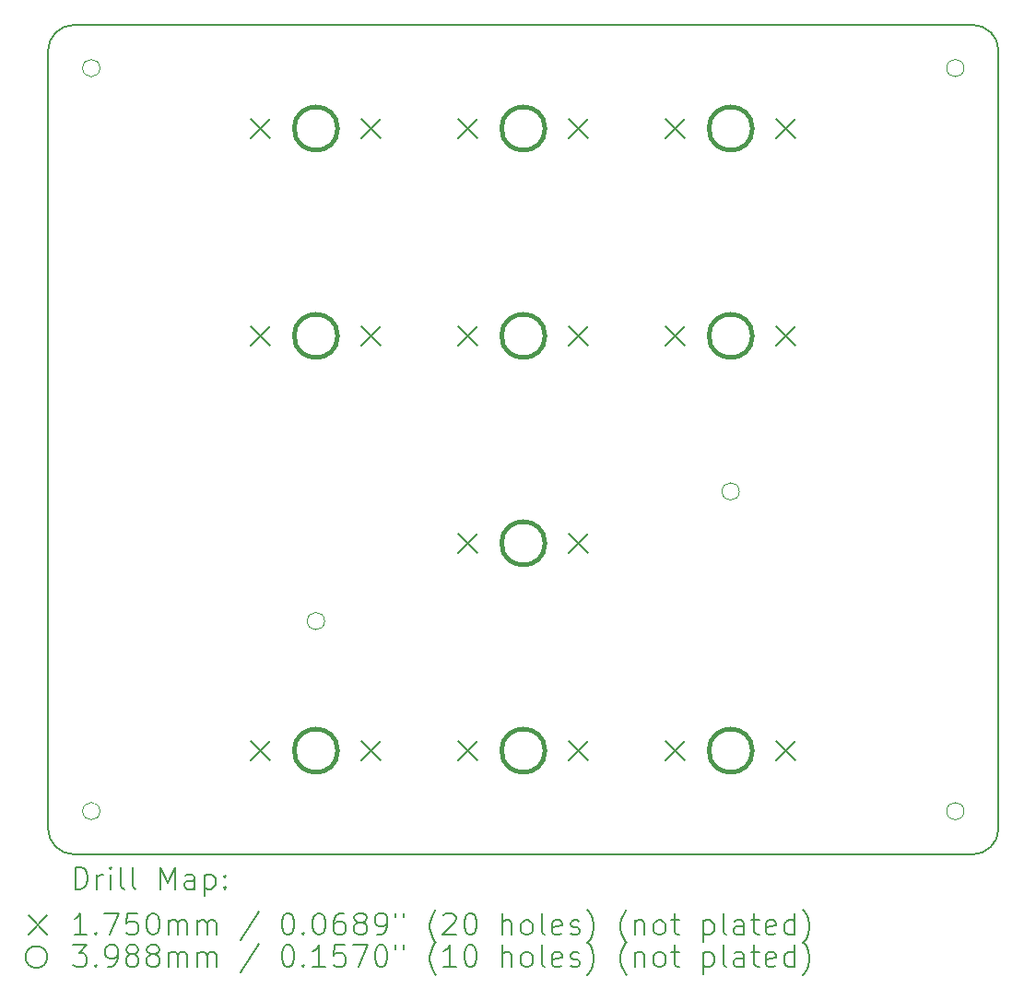
<source format=gbr>
%TF.GenerationSoftware,KiCad,Pcbnew,(6.0.9)*%
%TF.CreationDate,2023-03-10T16:44:19-06:00*%
%TF.ProjectId,Navigation Keys,4e617669-6761-4746-996f-6e204b657973,rev?*%
%TF.SameCoordinates,Original*%
%TF.FileFunction,Drillmap*%
%TF.FilePolarity,Positive*%
%FSLAX45Y45*%
G04 Gerber Fmt 4.5, Leading zero omitted, Abs format (unit mm)*
G04 Created by KiCad (PCBNEW (6.0.9)) date 2023-03-10 16:44:19*
%MOMM*%
%LPD*%
G01*
G04 APERTURE LIST*
%ADD10C,0.150000*%
%ADD11C,0.100000*%
%ADD12C,0.200000*%
%ADD13C,0.175000*%
%ADD14C,0.398780*%
G04 APERTURE END LIST*
D10*
X21351875Y-13731880D02*
G75*
G03*
X21590000Y-13493750I-5J238130D01*
G01*
X13096875Y-6111870D02*
G75*
G03*
X12858750Y-6350000I5J-238130D01*
G01*
X21590000Y-6350000D02*
X21590000Y-13493750D01*
D11*
X13335000Y-13335000D02*
G75*
G03*
X13335000Y-13335000I-79375J0D01*
G01*
X19208750Y-10398125D02*
G75*
G03*
X19208750Y-10398125I-79375J0D01*
G01*
X21272500Y-13335000D02*
G75*
G03*
X21272500Y-13335000I-79375J0D01*
G01*
D10*
X12858750Y-6350000D02*
X12858750Y-13493750D01*
X21351875Y-6111875D02*
X13096875Y-6111875D01*
X12858755Y-13493750D02*
G75*
G03*
X13096875Y-13731875I238125J0D01*
G01*
D11*
X15398750Y-11588750D02*
G75*
G03*
X15398750Y-11588750I-79375J0D01*
G01*
X13335000Y-6508750D02*
G75*
G03*
X13335000Y-6508750I-79375J0D01*
G01*
D10*
X13096875Y-13731875D02*
X21351875Y-13731875D01*
D11*
X21272500Y-6508750D02*
G75*
G03*
X21272500Y-6508750I-79375J0D01*
G01*
D10*
X21589995Y-6350000D02*
G75*
G03*
X21351875Y-6111875I-238125J0D01*
G01*
D12*
D13*
X14723875Y-6976875D02*
X14898875Y-7151875D01*
X14898875Y-6976875D02*
X14723875Y-7151875D01*
X14723875Y-8881875D02*
X14898875Y-9056875D01*
X14898875Y-8881875D02*
X14723875Y-9056875D01*
X14723875Y-12691875D02*
X14898875Y-12866875D01*
X14898875Y-12691875D02*
X14723875Y-12866875D01*
X15739875Y-6976875D02*
X15914875Y-7151875D01*
X15914875Y-6976875D02*
X15739875Y-7151875D01*
X15739875Y-8881875D02*
X15914875Y-9056875D01*
X15914875Y-8881875D02*
X15739875Y-9056875D01*
X15739875Y-12691875D02*
X15914875Y-12866875D01*
X15914875Y-12691875D02*
X15739875Y-12866875D01*
X16628875Y-6976875D02*
X16803875Y-7151875D01*
X16803875Y-6976875D02*
X16628875Y-7151875D01*
X16628875Y-8881875D02*
X16803875Y-9056875D01*
X16803875Y-8881875D02*
X16628875Y-9056875D01*
X16628875Y-10786875D02*
X16803875Y-10961875D01*
X16803875Y-10786875D02*
X16628875Y-10961875D01*
X16628875Y-12691875D02*
X16803875Y-12866875D01*
X16803875Y-12691875D02*
X16628875Y-12866875D01*
X17644875Y-6976875D02*
X17819875Y-7151875D01*
X17819875Y-6976875D02*
X17644875Y-7151875D01*
X17644875Y-8881875D02*
X17819875Y-9056875D01*
X17819875Y-8881875D02*
X17644875Y-9056875D01*
X17644875Y-10786875D02*
X17819875Y-10961875D01*
X17819875Y-10786875D02*
X17644875Y-10961875D01*
X17644875Y-12691875D02*
X17819875Y-12866875D01*
X17819875Y-12691875D02*
X17644875Y-12866875D01*
X18533875Y-6976875D02*
X18708875Y-7151875D01*
X18708875Y-6976875D02*
X18533875Y-7151875D01*
X18533875Y-8881875D02*
X18708875Y-9056875D01*
X18708875Y-8881875D02*
X18533875Y-9056875D01*
X18533875Y-12691875D02*
X18708875Y-12866875D01*
X18708875Y-12691875D02*
X18533875Y-12866875D01*
X19549875Y-6976875D02*
X19724875Y-7151875D01*
X19724875Y-6976875D02*
X19549875Y-7151875D01*
X19549875Y-8881875D02*
X19724875Y-9056875D01*
X19724875Y-8881875D02*
X19549875Y-9056875D01*
X19549875Y-12691875D02*
X19724875Y-12866875D01*
X19724875Y-12691875D02*
X19549875Y-12866875D01*
D14*
X15518765Y-7064375D02*
G75*
G03*
X15518765Y-7064375I-199390J0D01*
G01*
X15518765Y-8969375D02*
G75*
G03*
X15518765Y-8969375I-199390J0D01*
G01*
X15518765Y-12779375D02*
G75*
G03*
X15518765Y-12779375I-199390J0D01*
G01*
X17423765Y-7064375D02*
G75*
G03*
X17423765Y-7064375I-199390J0D01*
G01*
X17423765Y-8969375D02*
G75*
G03*
X17423765Y-8969375I-199390J0D01*
G01*
X17423765Y-10874375D02*
G75*
G03*
X17423765Y-10874375I-199390J0D01*
G01*
X17423765Y-12779375D02*
G75*
G03*
X17423765Y-12779375I-199390J0D01*
G01*
X19328765Y-7064375D02*
G75*
G03*
X19328765Y-7064375I-199390J0D01*
G01*
X19328765Y-8969375D02*
G75*
G03*
X19328765Y-8969375I-199390J0D01*
G01*
X19328765Y-12779375D02*
G75*
G03*
X19328765Y-12779375I-199390J0D01*
G01*
D12*
X13108869Y-14049851D02*
X13108869Y-13849851D01*
X13156488Y-13849851D01*
X13185059Y-13859375D01*
X13204107Y-13878423D01*
X13213631Y-13897470D01*
X13223155Y-13935565D01*
X13223155Y-13964137D01*
X13213631Y-14002232D01*
X13204107Y-14021280D01*
X13185059Y-14040327D01*
X13156488Y-14049851D01*
X13108869Y-14049851D01*
X13308869Y-14049851D02*
X13308869Y-13916518D01*
X13308869Y-13954613D02*
X13318393Y-13935565D01*
X13327917Y-13926042D01*
X13346964Y-13916518D01*
X13366012Y-13916518D01*
X13432678Y-14049851D02*
X13432678Y-13916518D01*
X13432678Y-13849851D02*
X13423155Y-13859375D01*
X13432678Y-13868899D01*
X13442202Y-13859375D01*
X13432678Y-13849851D01*
X13432678Y-13868899D01*
X13556488Y-14049851D02*
X13537440Y-14040327D01*
X13527917Y-14021280D01*
X13527917Y-13849851D01*
X13661250Y-14049851D02*
X13642202Y-14040327D01*
X13632678Y-14021280D01*
X13632678Y-13849851D01*
X13889821Y-14049851D02*
X13889821Y-13849851D01*
X13956488Y-13992708D01*
X14023155Y-13849851D01*
X14023155Y-14049851D01*
X14204107Y-14049851D02*
X14204107Y-13945089D01*
X14194583Y-13926042D01*
X14175536Y-13916518D01*
X14137440Y-13916518D01*
X14118393Y-13926042D01*
X14204107Y-14040327D02*
X14185059Y-14049851D01*
X14137440Y-14049851D01*
X14118393Y-14040327D01*
X14108869Y-14021280D01*
X14108869Y-14002232D01*
X14118393Y-13983184D01*
X14137440Y-13973661D01*
X14185059Y-13973661D01*
X14204107Y-13964137D01*
X14299345Y-13916518D02*
X14299345Y-14116518D01*
X14299345Y-13926042D02*
X14318393Y-13916518D01*
X14356488Y-13916518D01*
X14375536Y-13926042D01*
X14385059Y-13935565D01*
X14394583Y-13954613D01*
X14394583Y-14011756D01*
X14385059Y-14030803D01*
X14375536Y-14040327D01*
X14356488Y-14049851D01*
X14318393Y-14049851D01*
X14299345Y-14040327D01*
X14480298Y-14030803D02*
X14489821Y-14040327D01*
X14480298Y-14049851D01*
X14470774Y-14040327D01*
X14480298Y-14030803D01*
X14480298Y-14049851D01*
X14480298Y-13926042D02*
X14489821Y-13935565D01*
X14480298Y-13945089D01*
X14470774Y-13935565D01*
X14480298Y-13926042D01*
X14480298Y-13945089D01*
D13*
X12676250Y-14291875D02*
X12851250Y-14466875D01*
X12851250Y-14291875D02*
X12676250Y-14466875D01*
D12*
X13213631Y-14469851D02*
X13099345Y-14469851D01*
X13156488Y-14469851D02*
X13156488Y-14269851D01*
X13137440Y-14298423D01*
X13118393Y-14317470D01*
X13099345Y-14326994D01*
X13299345Y-14450803D02*
X13308869Y-14460327D01*
X13299345Y-14469851D01*
X13289821Y-14460327D01*
X13299345Y-14450803D01*
X13299345Y-14469851D01*
X13375536Y-14269851D02*
X13508869Y-14269851D01*
X13423155Y-14469851D01*
X13680298Y-14269851D02*
X13585059Y-14269851D01*
X13575536Y-14365089D01*
X13585059Y-14355565D01*
X13604107Y-14346042D01*
X13651726Y-14346042D01*
X13670774Y-14355565D01*
X13680298Y-14365089D01*
X13689821Y-14384137D01*
X13689821Y-14431756D01*
X13680298Y-14450803D01*
X13670774Y-14460327D01*
X13651726Y-14469851D01*
X13604107Y-14469851D01*
X13585059Y-14460327D01*
X13575536Y-14450803D01*
X13813631Y-14269851D02*
X13832678Y-14269851D01*
X13851726Y-14279375D01*
X13861250Y-14288899D01*
X13870774Y-14307946D01*
X13880298Y-14346042D01*
X13880298Y-14393661D01*
X13870774Y-14431756D01*
X13861250Y-14450803D01*
X13851726Y-14460327D01*
X13832678Y-14469851D01*
X13813631Y-14469851D01*
X13794583Y-14460327D01*
X13785059Y-14450803D01*
X13775536Y-14431756D01*
X13766012Y-14393661D01*
X13766012Y-14346042D01*
X13775536Y-14307946D01*
X13785059Y-14288899D01*
X13794583Y-14279375D01*
X13813631Y-14269851D01*
X13966012Y-14469851D02*
X13966012Y-14336518D01*
X13966012Y-14355565D02*
X13975536Y-14346042D01*
X13994583Y-14336518D01*
X14023155Y-14336518D01*
X14042202Y-14346042D01*
X14051726Y-14365089D01*
X14051726Y-14469851D01*
X14051726Y-14365089D02*
X14061250Y-14346042D01*
X14080298Y-14336518D01*
X14108869Y-14336518D01*
X14127917Y-14346042D01*
X14137440Y-14365089D01*
X14137440Y-14469851D01*
X14232678Y-14469851D02*
X14232678Y-14336518D01*
X14232678Y-14355565D02*
X14242202Y-14346042D01*
X14261250Y-14336518D01*
X14289821Y-14336518D01*
X14308869Y-14346042D01*
X14318393Y-14365089D01*
X14318393Y-14469851D01*
X14318393Y-14365089D02*
X14327917Y-14346042D01*
X14346964Y-14336518D01*
X14375536Y-14336518D01*
X14394583Y-14346042D01*
X14404107Y-14365089D01*
X14404107Y-14469851D01*
X14794583Y-14260327D02*
X14623155Y-14517470D01*
X15051726Y-14269851D02*
X15070774Y-14269851D01*
X15089821Y-14279375D01*
X15099345Y-14288899D01*
X15108869Y-14307946D01*
X15118393Y-14346042D01*
X15118393Y-14393661D01*
X15108869Y-14431756D01*
X15099345Y-14450803D01*
X15089821Y-14460327D01*
X15070774Y-14469851D01*
X15051726Y-14469851D01*
X15032678Y-14460327D01*
X15023155Y-14450803D01*
X15013631Y-14431756D01*
X15004107Y-14393661D01*
X15004107Y-14346042D01*
X15013631Y-14307946D01*
X15023155Y-14288899D01*
X15032678Y-14279375D01*
X15051726Y-14269851D01*
X15204107Y-14450803D02*
X15213631Y-14460327D01*
X15204107Y-14469851D01*
X15194583Y-14460327D01*
X15204107Y-14450803D01*
X15204107Y-14469851D01*
X15337440Y-14269851D02*
X15356488Y-14269851D01*
X15375536Y-14279375D01*
X15385059Y-14288899D01*
X15394583Y-14307946D01*
X15404107Y-14346042D01*
X15404107Y-14393661D01*
X15394583Y-14431756D01*
X15385059Y-14450803D01*
X15375536Y-14460327D01*
X15356488Y-14469851D01*
X15337440Y-14469851D01*
X15318393Y-14460327D01*
X15308869Y-14450803D01*
X15299345Y-14431756D01*
X15289821Y-14393661D01*
X15289821Y-14346042D01*
X15299345Y-14307946D01*
X15308869Y-14288899D01*
X15318393Y-14279375D01*
X15337440Y-14269851D01*
X15575536Y-14269851D02*
X15537440Y-14269851D01*
X15518393Y-14279375D01*
X15508869Y-14288899D01*
X15489821Y-14317470D01*
X15480298Y-14355565D01*
X15480298Y-14431756D01*
X15489821Y-14450803D01*
X15499345Y-14460327D01*
X15518393Y-14469851D01*
X15556488Y-14469851D01*
X15575536Y-14460327D01*
X15585059Y-14450803D01*
X15594583Y-14431756D01*
X15594583Y-14384137D01*
X15585059Y-14365089D01*
X15575536Y-14355565D01*
X15556488Y-14346042D01*
X15518393Y-14346042D01*
X15499345Y-14355565D01*
X15489821Y-14365089D01*
X15480298Y-14384137D01*
X15708869Y-14355565D02*
X15689821Y-14346042D01*
X15680298Y-14336518D01*
X15670774Y-14317470D01*
X15670774Y-14307946D01*
X15680298Y-14288899D01*
X15689821Y-14279375D01*
X15708869Y-14269851D01*
X15746964Y-14269851D01*
X15766012Y-14279375D01*
X15775536Y-14288899D01*
X15785059Y-14307946D01*
X15785059Y-14317470D01*
X15775536Y-14336518D01*
X15766012Y-14346042D01*
X15746964Y-14355565D01*
X15708869Y-14355565D01*
X15689821Y-14365089D01*
X15680298Y-14374613D01*
X15670774Y-14393661D01*
X15670774Y-14431756D01*
X15680298Y-14450803D01*
X15689821Y-14460327D01*
X15708869Y-14469851D01*
X15746964Y-14469851D01*
X15766012Y-14460327D01*
X15775536Y-14450803D01*
X15785059Y-14431756D01*
X15785059Y-14393661D01*
X15775536Y-14374613D01*
X15766012Y-14365089D01*
X15746964Y-14355565D01*
X15880298Y-14469851D02*
X15918393Y-14469851D01*
X15937440Y-14460327D01*
X15946964Y-14450803D01*
X15966012Y-14422232D01*
X15975536Y-14384137D01*
X15975536Y-14307946D01*
X15966012Y-14288899D01*
X15956488Y-14279375D01*
X15937440Y-14269851D01*
X15899345Y-14269851D01*
X15880298Y-14279375D01*
X15870774Y-14288899D01*
X15861250Y-14307946D01*
X15861250Y-14355565D01*
X15870774Y-14374613D01*
X15880298Y-14384137D01*
X15899345Y-14393661D01*
X15937440Y-14393661D01*
X15956488Y-14384137D01*
X15966012Y-14374613D01*
X15975536Y-14355565D01*
X16051726Y-14269851D02*
X16051726Y-14307946D01*
X16127917Y-14269851D02*
X16127917Y-14307946D01*
X16423155Y-14546042D02*
X16413631Y-14536518D01*
X16394583Y-14507946D01*
X16385059Y-14488899D01*
X16375536Y-14460327D01*
X16366012Y-14412708D01*
X16366012Y-14374613D01*
X16375536Y-14326994D01*
X16385059Y-14298423D01*
X16394583Y-14279375D01*
X16413631Y-14250803D01*
X16423155Y-14241280D01*
X16489821Y-14288899D02*
X16499345Y-14279375D01*
X16518393Y-14269851D01*
X16566012Y-14269851D01*
X16585059Y-14279375D01*
X16594583Y-14288899D01*
X16604107Y-14307946D01*
X16604107Y-14326994D01*
X16594583Y-14355565D01*
X16480298Y-14469851D01*
X16604107Y-14469851D01*
X16727917Y-14269851D02*
X16746964Y-14269851D01*
X16766012Y-14279375D01*
X16775536Y-14288899D01*
X16785060Y-14307946D01*
X16794583Y-14346042D01*
X16794583Y-14393661D01*
X16785060Y-14431756D01*
X16775536Y-14450803D01*
X16766012Y-14460327D01*
X16746964Y-14469851D01*
X16727917Y-14469851D01*
X16708869Y-14460327D01*
X16699345Y-14450803D01*
X16689821Y-14431756D01*
X16680298Y-14393661D01*
X16680298Y-14346042D01*
X16689821Y-14307946D01*
X16699345Y-14288899D01*
X16708869Y-14279375D01*
X16727917Y-14269851D01*
X17032679Y-14469851D02*
X17032679Y-14269851D01*
X17118393Y-14469851D02*
X17118393Y-14365089D01*
X17108869Y-14346042D01*
X17089821Y-14336518D01*
X17061250Y-14336518D01*
X17042202Y-14346042D01*
X17032679Y-14355565D01*
X17242202Y-14469851D02*
X17223155Y-14460327D01*
X17213631Y-14450803D01*
X17204107Y-14431756D01*
X17204107Y-14374613D01*
X17213631Y-14355565D01*
X17223155Y-14346042D01*
X17242202Y-14336518D01*
X17270774Y-14336518D01*
X17289821Y-14346042D01*
X17299345Y-14355565D01*
X17308869Y-14374613D01*
X17308869Y-14431756D01*
X17299345Y-14450803D01*
X17289821Y-14460327D01*
X17270774Y-14469851D01*
X17242202Y-14469851D01*
X17423155Y-14469851D02*
X17404107Y-14460327D01*
X17394583Y-14441280D01*
X17394583Y-14269851D01*
X17575536Y-14460327D02*
X17556488Y-14469851D01*
X17518393Y-14469851D01*
X17499345Y-14460327D01*
X17489821Y-14441280D01*
X17489821Y-14365089D01*
X17499345Y-14346042D01*
X17518393Y-14336518D01*
X17556488Y-14336518D01*
X17575536Y-14346042D01*
X17585060Y-14365089D01*
X17585060Y-14384137D01*
X17489821Y-14403184D01*
X17661250Y-14460327D02*
X17680298Y-14469851D01*
X17718393Y-14469851D01*
X17737440Y-14460327D01*
X17746964Y-14441280D01*
X17746964Y-14431756D01*
X17737440Y-14412708D01*
X17718393Y-14403184D01*
X17689821Y-14403184D01*
X17670774Y-14393661D01*
X17661250Y-14374613D01*
X17661250Y-14365089D01*
X17670774Y-14346042D01*
X17689821Y-14336518D01*
X17718393Y-14336518D01*
X17737440Y-14346042D01*
X17813631Y-14546042D02*
X17823155Y-14536518D01*
X17842202Y-14507946D01*
X17851726Y-14488899D01*
X17861250Y-14460327D01*
X17870774Y-14412708D01*
X17870774Y-14374613D01*
X17861250Y-14326994D01*
X17851726Y-14298423D01*
X17842202Y-14279375D01*
X17823155Y-14250803D01*
X17813631Y-14241280D01*
X18175536Y-14546042D02*
X18166012Y-14536518D01*
X18146964Y-14507946D01*
X18137440Y-14488899D01*
X18127917Y-14460327D01*
X18118393Y-14412708D01*
X18118393Y-14374613D01*
X18127917Y-14326994D01*
X18137440Y-14298423D01*
X18146964Y-14279375D01*
X18166012Y-14250803D01*
X18175536Y-14241280D01*
X18251726Y-14336518D02*
X18251726Y-14469851D01*
X18251726Y-14355565D02*
X18261250Y-14346042D01*
X18280298Y-14336518D01*
X18308869Y-14336518D01*
X18327917Y-14346042D01*
X18337440Y-14365089D01*
X18337440Y-14469851D01*
X18461250Y-14469851D02*
X18442202Y-14460327D01*
X18432679Y-14450803D01*
X18423155Y-14431756D01*
X18423155Y-14374613D01*
X18432679Y-14355565D01*
X18442202Y-14346042D01*
X18461250Y-14336518D01*
X18489821Y-14336518D01*
X18508869Y-14346042D01*
X18518393Y-14355565D01*
X18527917Y-14374613D01*
X18527917Y-14431756D01*
X18518393Y-14450803D01*
X18508869Y-14460327D01*
X18489821Y-14469851D01*
X18461250Y-14469851D01*
X18585060Y-14336518D02*
X18661250Y-14336518D01*
X18613631Y-14269851D02*
X18613631Y-14441280D01*
X18623155Y-14460327D01*
X18642202Y-14469851D01*
X18661250Y-14469851D01*
X18880298Y-14336518D02*
X18880298Y-14536518D01*
X18880298Y-14346042D02*
X18899345Y-14336518D01*
X18937440Y-14336518D01*
X18956488Y-14346042D01*
X18966012Y-14355565D01*
X18975536Y-14374613D01*
X18975536Y-14431756D01*
X18966012Y-14450803D01*
X18956488Y-14460327D01*
X18937440Y-14469851D01*
X18899345Y-14469851D01*
X18880298Y-14460327D01*
X19089821Y-14469851D02*
X19070774Y-14460327D01*
X19061250Y-14441280D01*
X19061250Y-14269851D01*
X19251726Y-14469851D02*
X19251726Y-14365089D01*
X19242202Y-14346042D01*
X19223155Y-14336518D01*
X19185060Y-14336518D01*
X19166012Y-14346042D01*
X19251726Y-14460327D02*
X19232679Y-14469851D01*
X19185060Y-14469851D01*
X19166012Y-14460327D01*
X19156488Y-14441280D01*
X19156488Y-14422232D01*
X19166012Y-14403184D01*
X19185060Y-14393661D01*
X19232679Y-14393661D01*
X19251726Y-14384137D01*
X19318393Y-14336518D02*
X19394583Y-14336518D01*
X19346964Y-14269851D02*
X19346964Y-14441280D01*
X19356488Y-14460327D01*
X19375536Y-14469851D01*
X19394583Y-14469851D01*
X19537440Y-14460327D02*
X19518393Y-14469851D01*
X19480298Y-14469851D01*
X19461250Y-14460327D01*
X19451726Y-14441280D01*
X19451726Y-14365089D01*
X19461250Y-14346042D01*
X19480298Y-14336518D01*
X19518393Y-14336518D01*
X19537440Y-14346042D01*
X19546964Y-14365089D01*
X19546964Y-14384137D01*
X19451726Y-14403184D01*
X19718393Y-14469851D02*
X19718393Y-14269851D01*
X19718393Y-14460327D02*
X19699345Y-14469851D01*
X19661250Y-14469851D01*
X19642202Y-14460327D01*
X19632679Y-14450803D01*
X19623155Y-14431756D01*
X19623155Y-14374613D01*
X19632679Y-14355565D01*
X19642202Y-14346042D01*
X19661250Y-14336518D01*
X19699345Y-14336518D01*
X19718393Y-14346042D01*
X19794583Y-14546042D02*
X19804107Y-14536518D01*
X19823155Y-14507946D01*
X19832679Y-14488899D01*
X19842202Y-14460327D01*
X19851726Y-14412708D01*
X19851726Y-14374613D01*
X19842202Y-14326994D01*
X19832679Y-14298423D01*
X19823155Y-14279375D01*
X19804107Y-14250803D01*
X19794583Y-14241280D01*
X12851250Y-14674375D02*
G75*
G03*
X12851250Y-14674375I-100000J0D01*
G01*
X13089821Y-14564851D02*
X13213631Y-14564851D01*
X13146964Y-14641042D01*
X13175536Y-14641042D01*
X13194583Y-14650565D01*
X13204107Y-14660089D01*
X13213631Y-14679137D01*
X13213631Y-14726756D01*
X13204107Y-14745803D01*
X13194583Y-14755327D01*
X13175536Y-14764851D01*
X13118393Y-14764851D01*
X13099345Y-14755327D01*
X13089821Y-14745803D01*
X13299345Y-14745803D02*
X13308869Y-14755327D01*
X13299345Y-14764851D01*
X13289821Y-14755327D01*
X13299345Y-14745803D01*
X13299345Y-14764851D01*
X13404107Y-14764851D02*
X13442202Y-14764851D01*
X13461250Y-14755327D01*
X13470774Y-14745803D01*
X13489821Y-14717232D01*
X13499345Y-14679137D01*
X13499345Y-14602946D01*
X13489821Y-14583899D01*
X13480298Y-14574375D01*
X13461250Y-14564851D01*
X13423155Y-14564851D01*
X13404107Y-14574375D01*
X13394583Y-14583899D01*
X13385059Y-14602946D01*
X13385059Y-14650565D01*
X13394583Y-14669613D01*
X13404107Y-14679137D01*
X13423155Y-14688661D01*
X13461250Y-14688661D01*
X13480298Y-14679137D01*
X13489821Y-14669613D01*
X13499345Y-14650565D01*
X13613631Y-14650565D02*
X13594583Y-14641042D01*
X13585059Y-14631518D01*
X13575536Y-14612470D01*
X13575536Y-14602946D01*
X13585059Y-14583899D01*
X13594583Y-14574375D01*
X13613631Y-14564851D01*
X13651726Y-14564851D01*
X13670774Y-14574375D01*
X13680298Y-14583899D01*
X13689821Y-14602946D01*
X13689821Y-14612470D01*
X13680298Y-14631518D01*
X13670774Y-14641042D01*
X13651726Y-14650565D01*
X13613631Y-14650565D01*
X13594583Y-14660089D01*
X13585059Y-14669613D01*
X13575536Y-14688661D01*
X13575536Y-14726756D01*
X13585059Y-14745803D01*
X13594583Y-14755327D01*
X13613631Y-14764851D01*
X13651726Y-14764851D01*
X13670774Y-14755327D01*
X13680298Y-14745803D01*
X13689821Y-14726756D01*
X13689821Y-14688661D01*
X13680298Y-14669613D01*
X13670774Y-14660089D01*
X13651726Y-14650565D01*
X13804107Y-14650565D02*
X13785059Y-14641042D01*
X13775536Y-14631518D01*
X13766012Y-14612470D01*
X13766012Y-14602946D01*
X13775536Y-14583899D01*
X13785059Y-14574375D01*
X13804107Y-14564851D01*
X13842202Y-14564851D01*
X13861250Y-14574375D01*
X13870774Y-14583899D01*
X13880298Y-14602946D01*
X13880298Y-14612470D01*
X13870774Y-14631518D01*
X13861250Y-14641042D01*
X13842202Y-14650565D01*
X13804107Y-14650565D01*
X13785059Y-14660089D01*
X13775536Y-14669613D01*
X13766012Y-14688661D01*
X13766012Y-14726756D01*
X13775536Y-14745803D01*
X13785059Y-14755327D01*
X13804107Y-14764851D01*
X13842202Y-14764851D01*
X13861250Y-14755327D01*
X13870774Y-14745803D01*
X13880298Y-14726756D01*
X13880298Y-14688661D01*
X13870774Y-14669613D01*
X13861250Y-14660089D01*
X13842202Y-14650565D01*
X13966012Y-14764851D02*
X13966012Y-14631518D01*
X13966012Y-14650565D02*
X13975536Y-14641042D01*
X13994583Y-14631518D01*
X14023155Y-14631518D01*
X14042202Y-14641042D01*
X14051726Y-14660089D01*
X14051726Y-14764851D01*
X14051726Y-14660089D02*
X14061250Y-14641042D01*
X14080298Y-14631518D01*
X14108869Y-14631518D01*
X14127917Y-14641042D01*
X14137440Y-14660089D01*
X14137440Y-14764851D01*
X14232678Y-14764851D02*
X14232678Y-14631518D01*
X14232678Y-14650565D02*
X14242202Y-14641042D01*
X14261250Y-14631518D01*
X14289821Y-14631518D01*
X14308869Y-14641042D01*
X14318393Y-14660089D01*
X14318393Y-14764851D01*
X14318393Y-14660089D02*
X14327917Y-14641042D01*
X14346964Y-14631518D01*
X14375536Y-14631518D01*
X14394583Y-14641042D01*
X14404107Y-14660089D01*
X14404107Y-14764851D01*
X14794583Y-14555327D02*
X14623155Y-14812470D01*
X15051726Y-14564851D02*
X15070774Y-14564851D01*
X15089821Y-14574375D01*
X15099345Y-14583899D01*
X15108869Y-14602946D01*
X15118393Y-14641042D01*
X15118393Y-14688661D01*
X15108869Y-14726756D01*
X15099345Y-14745803D01*
X15089821Y-14755327D01*
X15070774Y-14764851D01*
X15051726Y-14764851D01*
X15032678Y-14755327D01*
X15023155Y-14745803D01*
X15013631Y-14726756D01*
X15004107Y-14688661D01*
X15004107Y-14641042D01*
X15013631Y-14602946D01*
X15023155Y-14583899D01*
X15032678Y-14574375D01*
X15051726Y-14564851D01*
X15204107Y-14745803D02*
X15213631Y-14755327D01*
X15204107Y-14764851D01*
X15194583Y-14755327D01*
X15204107Y-14745803D01*
X15204107Y-14764851D01*
X15404107Y-14764851D02*
X15289821Y-14764851D01*
X15346964Y-14764851D02*
X15346964Y-14564851D01*
X15327917Y-14593423D01*
X15308869Y-14612470D01*
X15289821Y-14621994D01*
X15585059Y-14564851D02*
X15489821Y-14564851D01*
X15480298Y-14660089D01*
X15489821Y-14650565D01*
X15508869Y-14641042D01*
X15556488Y-14641042D01*
X15575536Y-14650565D01*
X15585059Y-14660089D01*
X15594583Y-14679137D01*
X15594583Y-14726756D01*
X15585059Y-14745803D01*
X15575536Y-14755327D01*
X15556488Y-14764851D01*
X15508869Y-14764851D01*
X15489821Y-14755327D01*
X15480298Y-14745803D01*
X15661250Y-14564851D02*
X15794583Y-14564851D01*
X15708869Y-14764851D01*
X15908869Y-14564851D02*
X15927917Y-14564851D01*
X15946964Y-14574375D01*
X15956488Y-14583899D01*
X15966012Y-14602946D01*
X15975536Y-14641042D01*
X15975536Y-14688661D01*
X15966012Y-14726756D01*
X15956488Y-14745803D01*
X15946964Y-14755327D01*
X15927917Y-14764851D01*
X15908869Y-14764851D01*
X15889821Y-14755327D01*
X15880298Y-14745803D01*
X15870774Y-14726756D01*
X15861250Y-14688661D01*
X15861250Y-14641042D01*
X15870774Y-14602946D01*
X15880298Y-14583899D01*
X15889821Y-14574375D01*
X15908869Y-14564851D01*
X16051726Y-14564851D02*
X16051726Y-14602946D01*
X16127917Y-14564851D02*
X16127917Y-14602946D01*
X16423155Y-14841042D02*
X16413631Y-14831518D01*
X16394583Y-14802946D01*
X16385059Y-14783899D01*
X16375536Y-14755327D01*
X16366012Y-14707708D01*
X16366012Y-14669613D01*
X16375536Y-14621994D01*
X16385059Y-14593423D01*
X16394583Y-14574375D01*
X16413631Y-14545803D01*
X16423155Y-14536280D01*
X16604107Y-14764851D02*
X16489821Y-14764851D01*
X16546964Y-14764851D02*
X16546964Y-14564851D01*
X16527917Y-14593423D01*
X16508869Y-14612470D01*
X16489821Y-14621994D01*
X16727917Y-14564851D02*
X16746964Y-14564851D01*
X16766012Y-14574375D01*
X16775536Y-14583899D01*
X16785060Y-14602946D01*
X16794583Y-14641042D01*
X16794583Y-14688661D01*
X16785060Y-14726756D01*
X16775536Y-14745803D01*
X16766012Y-14755327D01*
X16746964Y-14764851D01*
X16727917Y-14764851D01*
X16708869Y-14755327D01*
X16699345Y-14745803D01*
X16689821Y-14726756D01*
X16680298Y-14688661D01*
X16680298Y-14641042D01*
X16689821Y-14602946D01*
X16699345Y-14583899D01*
X16708869Y-14574375D01*
X16727917Y-14564851D01*
X17032679Y-14764851D02*
X17032679Y-14564851D01*
X17118393Y-14764851D02*
X17118393Y-14660089D01*
X17108869Y-14641042D01*
X17089821Y-14631518D01*
X17061250Y-14631518D01*
X17042202Y-14641042D01*
X17032679Y-14650565D01*
X17242202Y-14764851D02*
X17223155Y-14755327D01*
X17213631Y-14745803D01*
X17204107Y-14726756D01*
X17204107Y-14669613D01*
X17213631Y-14650565D01*
X17223155Y-14641042D01*
X17242202Y-14631518D01*
X17270774Y-14631518D01*
X17289821Y-14641042D01*
X17299345Y-14650565D01*
X17308869Y-14669613D01*
X17308869Y-14726756D01*
X17299345Y-14745803D01*
X17289821Y-14755327D01*
X17270774Y-14764851D01*
X17242202Y-14764851D01*
X17423155Y-14764851D02*
X17404107Y-14755327D01*
X17394583Y-14736280D01*
X17394583Y-14564851D01*
X17575536Y-14755327D02*
X17556488Y-14764851D01*
X17518393Y-14764851D01*
X17499345Y-14755327D01*
X17489821Y-14736280D01*
X17489821Y-14660089D01*
X17499345Y-14641042D01*
X17518393Y-14631518D01*
X17556488Y-14631518D01*
X17575536Y-14641042D01*
X17585060Y-14660089D01*
X17585060Y-14679137D01*
X17489821Y-14698184D01*
X17661250Y-14755327D02*
X17680298Y-14764851D01*
X17718393Y-14764851D01*
X17737440Y-14755327D01*
X17746964Y-14736280D01*
X17746964Y-14726756D01*
X17737440Y-14707708D01*
X17718393Y-14698184D01*
X17689821Y-14698184D01*
X17670774Y-14688661D01*
X17661250Y-14669613D01*
X17661250Y-14660089D01*
X17670774Y-14641042D01*
X17689821Y-14631518D01*
X17718393Y-14631518D01*
X17737440Y-14641042D01*
X17813631Y-14841042D02*
X17823155Y-14831518D01*
X17842202Y-14802946D01*
X17851726Y-14783899D01*
X17861250Y-14755327D01*
X17870774Y-14707708D01*
X17870774Y-14669613D01*
X17861250Y-14621994D01*
X17851726Y-14593423D01*
X17842202Y-14574375D01*
X17823155Y-14545803D01*
X17813631Y-14536280D01*
X18175536Y-14841042D02*
X18166012Y-14831518D01*
X18146964Y-14802946D01*
X18137440Y-14783899D01*
X18127917Y-14755327D01*
X18118393Y-14707708D01*
X18118393Y-14669613D01*
X18127917Y-14621994D01*
X18137440Y-14593423D01*
X18146964Y-14574375D01*
X18166012Y-14545803D01*
X18175536Y-14536280D01*
X18251726Y-14631518D02*
X18251726Y-14764851D01*
X18251726Y-14650565D02*
X18261250Y-14641042D01*
X18280298Y-14631518D01*
X18308869Y-14631518D01*
X18327917Y-14641042D01*
X18337440Y-14660089D01*
X18337440Y-14764851D01*
X18461250Y-14764851D02*
X18442202Y-14755327D01*
X18432679Y-14745803D01*
X18423155Y-14726756D01*
X18423155Y-14669613D01*
X18432679Y-14650565D01*
X18442202Y-14641042D01*
X18461250Y-14631518D01*
X18489821Y-14631518D01*
X18508869Y-14641042D01*
X18518393Y-14650565D01*
X18527917Y-14669613D01*
X18527917Y-14726756D01*
X18518393Y-14745803D01*
X18508869Y-14755327D01*
X18489821Y-14764851D01*
X18461250Y-14764851D01*
X18585060Y-14631518D02*
X18661250Y-14631518D01*
X18613631Y-14564851D02*
X18613631Y-14736280D01*
X18623155Y-14755327D01*
X18642202Y-14764851D01*
X18661250Y-14764851D01*
X18880298Y-14631518D02*
X18880298Y-14831518D01*
X18880298Y-14641042D02*
X18899345Y-14631518D01*
X18937440Y-14631518D01*
X18956488Y-14641042D01*
X18966012Y-14650565D01*
X18975536Y-14669613D01*
X18975536Y-14726756D01*
X18966012Y-14745803D01*
X18956488Y-14755327D01*
X18937440Y-14764851D01*
X18899345Y-14764851D01*
X18880298Y-14755327D01*
X19089821Y-14764851D02*
X19070774Y-14755327D01*
X19061250Y-14736280D01*
X19061250Y-14564851D01*
X19251726Y-14764851D02*
X19251726Y-14660089D01*
X19242202Y-14641042D01*
X19223155Y-14631518D01*
X19185060Y-14631518D01*
X19166012Y-14641042D01*
X19251726Y-14755327D02*
X19232679Y-14764851D01*
X19185060Y-14764851D01*
X19166012Y-14755327D01*
X19156488Y-14736280D01*
X19156488Y-14717232D01*
X19166012Y-14698184D01*
X19185060Y-14688661D01*
X19232679Y-14688661D01*
X19251726Y-14679137D01*
X19318393Y-14631518D02*
X19394583Y-14631518D01*
X19346964Y-14564851D02*
X19346964Y-14736280D01*
X19356488Y-14755327D01*
X19375536Y-14764851D01*
X19394583Y-14764851D01*
X19537440Y-14755327D02*
X19518393Y-14764851D01*
X19480298Y-14764851D01*
X19461250Y-14755327D01*
X19451726Y-14736280D01*
X19451726Y-14660089D01*
X19461250Y-14641042D01*
X19480298Y-14631518D01*
X19518393Y-14631518D01*
X19537440Y-14641042D01*
X19546964Y-14660089D01*
X19546964Y-14679137D01*
X19451726Y-14698184D01*
X19718393Y-14764851D02*
X19718393Y-14564851D01*
X19718393Y-14755327D02*
X19699345Y-14764851D01*
X19661250Y-14764851D01*
X19642202Y-14755327D01*
X19632679Y-14745803D01*
X19623155Y-14726756D01*
X19623155Y-14669613D01*
X19632679Y-14650565D01*
X19642202Y-14641042D01*
X19661250Y-14631518D01*
X19699345Y-14631518D01*
X19718393Y-14641042D01*
X19794583Y-14841042D02*
X19804107Y-14831518D01*
X19823155Y-14802946D01*
X19832679Y-14783899D01*
X19842202Y-14755327D01*
X19851726Y-14707708D01*
X19851726Y-14669613D01*
X19842202Y-14621994D01*
X19832679Y-14593423D01*
X19823155Y-14574375D01*
X19804107Y-14545803D01*
X19794583Y-14536280D01*
M02*

</source>
